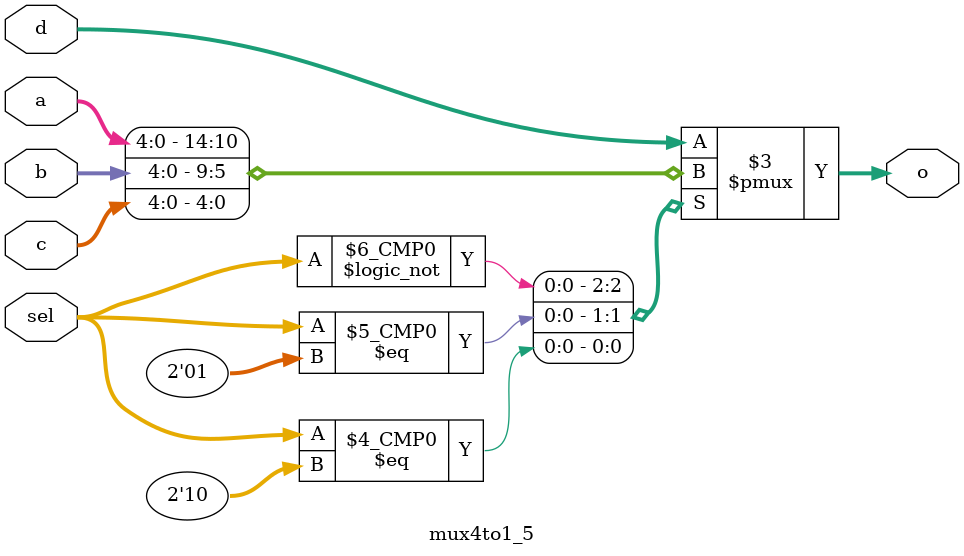
<source format=v>
`timescale 1ns / 1ps
module mux4to1_5(
input wire[1:0] sel,
input wire[4:0] a,
input wire[4:0] b,
input wire[4:0] c,
input wire[4:0] d,
output reg[4:0] o
    );

always@* begin
	case(sel[1:0])
	0: o <= a;
	1: o <= b;
	2: o <= c;
	default: o <= d;
	endcase
end

endmodule

</source>
